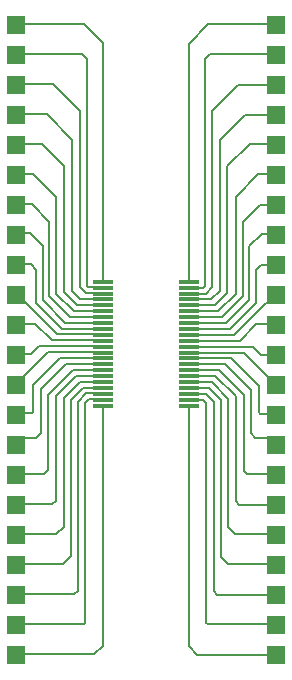
<source format=gtl>
G04*
G04 #@! TF.GenerationSoftware,Altium Limited,Altium Designer,20.2.4 (192)*
G04*
G04 Layer_Physical_Order=1*
G04 Layer_Color=255*
%FSLAX44Y44*%
%MOMM*%
G71*
G04*
G04 #@! TF.SameCoordinates,5829A05F-E1E1-40F9-AA7D-9744E717BD19*
G04*
G04*
G04 #@! TF.FilePolarity,Positive*
G04*
G01*
G75*
%ADD12R,1.6510X0.3048*%
%ADD15C,0.1900*%
%ADD16C,0.1800*%
%ADD17R,1.5240X1.5240*%
D12*
X146322Y-217422D02*
D03*
Y-222502D02*
D03*
Y-227582D02*
D03*
Y-232408D02*
D03*
Y-237488D02*
D03*
Y-242568D02*
D03*
Y-247394D02*
D03*
Y-252474D02*
D03*
Y-257554D02*
D03*
Y-262380D02*
D03*
Y-267460D02*
D03*
Y-272540D02*
D03*
Y-277620D02*
D03*
Y-282446D02*
D03*
Y-287526D02*
D03*
Y-292606D02*
D03*
Y-297432D02*
D03*
Y-302512D02*
D03*
Y-307592D02*
D03*
Y-312418D02*
D03*
Y-317498D02*
D03*
Y-322578D02*
D03*
X73678D02*
D03*
Y-317498D02*
D03*
Y-312418D02*
D03*
Y-307592D02*
D03*
Y-302512D02*
D03*
Y-297432D02*
D03*
Y-292606D02*
D03*
Y-287526D02*
D03*
Y-282446D02*
D03*
Y-277620D02*
D03*
Y-272540D02*
D03*
Y-267460D02*
D03*
Y-262380D02*
D03*
Y-257554D02*
D03*
Y-252474D02*
D03*
Y-247394D02*
D03*
Y-242568D02*
D03*
Y-237488D02*
D03*
Y-232408D02*
D03*
Y-227582D02*
D03*
Y-222502D02*
D03*
Y-217422D02*
D03*
D15*
X57404Y508D02*
X73642Y-15730D01*
Y-217168D02*
Y-15730D01*
X218Y508D02*
X57404D01*
X-36Y254D02*
X218Y508D01*
X-36Y-101346D02*
X726Y-100584D01*
X-36Y-126746D02*
X218Y-126492D01*
X-36Y-177546D02*
X853Y-176656D01*
X47498Y-225044D02*
X54608Y-232154D01*
X73642D01*
X59180Y-227328D02*
X73642D01*
X53848Y-221996D02*
X59180Y-227328D01*
X40894Y-226568D02*
X51560Y-237234D01*
X73642D01*
X34036Y-227584D02*
X48766Y-242314D01*
X73642D01*
X-36Y-228346D02*
X6634Y-235016D01*
X7747Y-235016D02*
X7890D01*
X6634Y-235016D02*
X7747D01*
X7747Y-235016D01*
X7890D02*
X35000Y-262126D01*
X73642D01*
X16510Y-253238D02*
X30478Y-267206D01*
X73642D01*
X472Y-253238D02*
X16510D01*
X-36Y-253746D02*
X472Y-253238D01*
X12446Y-279146D02*
X19306Y-272286D01*
X73642D01*
X-36Y-279146D02*
X12446D01*
X73642Y-525798D02*
Y-322324D01*
X66294Y-533146D02*
X73642Y-525798D01*
X-36Y-533146D02*
X66294D01*
X-36Y-507746D02*
X472Y-507238D01*
X-36Y-482346D02*
X49530D01*
X56644Y-307338D02*
X73642D01*
X472Y-456438D02*
X40132D01*
X-36Y-456946D02*
X472Y-456438D01*
X54358Y-302258D02*
X73642D01*
X218Y-431292D02*
X34290D01*
X-36Y-431546D02*
X218Y-431292D01*
X-36Y-406146D02*
X30734D01*
X-36Y-329946D02*
X980Y-328930D01*
X-36Y-304546D02*
X27144Y-277366D01*
X73642D01*
X37594Y-282192D02*
X73642D01*
X5471Y-349839D02*
X17191D01*
X-36Y-355346D02*
X5471Y-349839D01*
X42674Y-287272D02*
X73642D01*
X501Y-380209D02*
X24159D01*
X-36Y-380746D02*
X501Y-380209D01*
X51056Y-297178D02*
X73642D01*
X34036Y-402844D02*
Y-314198D01*
X30734Y-406146D02*
X34036Y-402844D01*
Y-314198D02*
X51056Y-297178D01*
X40386Y-425196D02*
Y-316230D01*
X34290Y-431292D02*
X40386Y-425196D01*
Y-316230D02*
X54358Y-302258D01*
X46482Y-450088D02*
Y-317500D01*
X40132Y-456438D02*
X46482Y-450088D01*
Y-317500D02*
X56644Y-307338D01*
X49530Y-482346D02*
X52324Y-479552D01*
X61470Y-317244D02*
X73642D01*
X52324Y-479552D02*
Y-319278D01*
X59438Y-312164D01*
X73642D01*
X21336Y-345694D02*
Y-308610D01*
X17191Y-349839D02*
X21336Y-345694D01*
Y-308610D02*
X42674Y-287272D01*
X57561Y-507238D02*
X58674Y-506125D01*
Y-320040D01*
X472Y-507238D02*
X57561D01*
X58674Y-320040D02*
X61470Y-317244D01*
X24159Y-380209D02*
X27178Y-377190D01*
Y-313182D01*
X13365Y-328930D02*
X14478Y-327817D01*
X980Y-328930D02*
X13365D01*
X14478Y-327817D02*
Y-305308D01*
X37594Y-282192D01*
X17018Y-235712D02*
X38606Y-257300D01*
X73642D01*
X31750Y-50546D02*
X53848Y-72644D01*
X-36Y-50546D02*
X31750D01*
X53848Y-221996D02*
Y-72644D01*
X25908Y-75946D02*
X47498Y-97536D01*
X-36Y-75946D02*
X25908D01*
X47498Y-225044D02*
Y-97536D01*
X21844Y-100584D02*
X40894Y-119634D01*
X726Y-100584D02*
X21844D01*
X40894Y-226568D02*
Y-119634D01*
X14732Y-126492D02*
X34036Y-145796D01*
Y-227584D02*
Y-145796D01*
X218Y-126492D02*
X14732D01*
X13462Y-152146D02*
X27940Y-166624D01*
X-36Y-152146D02*
X13462D01*
X27940Y-229616D02*
Y-166624D01*
X12064Y-176656D02*
X22606Y-187198D01*
X853Y-176656D02*
X12064D01*
X22606Y-232918D02*
Y-187198D01*
X-36Y-202946D02*
X12700D01*
X17018Y-207264D01*
Y-235712D02*
Y-207264D01*
X48008Y-292352D02*
X73642D01*
X27178Y-313182D02*
X48008Y-292352D01*
X41908Y-252220D02*
X73642D01*
X22606Y-232918D02*
X41908Y-252220D01*
X45466Y-247142D02*
X73640D01*
X27940Y-229616D02*
X45466Y-247142D01*
X73640D02*
X73642Y-247140D01*
X146322Y-247394D02*
X146324Y-247396D01*
X174498D02*
X192024Y-229870D01*
X146324Y-247396D02*
X174498D01*
X178056Y-252474D02*
X197358Y-233172D01*
X146322Y-252474D02*
X178056D01*
X171956Y-292606D02*
X192786Y-313436D01*
X146322Y-292606D02*
X171956D01*
X202946Y-235966D02*
Y-207518D01*
X207264Y-203200D01*
X220000D01*
X197358Y-233172D02*
Y-187452D01*
X207899Y-176910D02*
X219111D01*
X197358Y-187452D02*
X207899Y-176910D01*
X192024Y-229870D02*
Y-166878D01*
X206502Y-152400D02*
X220000D01*
X192024Y-166878D02*
X206502Y-152400D01*
X205232Y-126746D02*
X219746D01*
X185928Y-227838D02*
Y-146050D01*
X205232Y-126746D01*
X179070Y-226822D02*
Y-119888D01*
X198120Y-100838D02*
X219238D01*
X179070Y-119888D02*
X198120Y-100838D01*
X172466Y-225298D02*
Y-97790D01*
X194056Y-76200D02*
X220000D01*
X172466Y-97790D02*
X194056Y-76200D01*
X166116Y-222250D02*
Y-72898D01*
X188214Y-50800D02*
X220000D01*
X166116Y-72898D02*
X188214Y-50800D01*
X146322Y-257554D02*
X181358D01*
X202946Y-235966D01*
X182370Y-282446D02*
X205486Y-305562D01*
Y-328071D02*
Y-305562D01*
X206599Y-329184D02*
X218984D01*
X205486Y-328071D02*
X206599Y-329184D01*
X192786Y-377444D02*
Y-313436D01*
Y-377444D02*
X195805Y-380463D01*
X158494Y-317498D02*
X161290Y-320294D01*
X162403Y-507492D02*
X219492D01*
X161290Y-506379D02*
Y-320294D01*
Y-506379D02*
X162403Y-507492D01*
X177290Y-287526D02*
X198628Y-308864D01*
Y-345948D02*
X202773Y-350093D01*
X198628Y-345948D02*
Y-308864D01*
X146322Y-312418D02*
X160526D01*
X167640Y-319532D01*
Y-479806D02*
Y-319532D01*
X146322Y-317498D02*
X158494D01*
X167640Y-479806D02*
X170434Y-482600D01*
X163320Y-307592D02*
X173482Y-317754D01*
Y-450342D02*
X179832Y-456692D01*
X173482Y-450342D02*
Y-317754D01*
X165606Y-302512D02*
X179578Y-316484D01*
Y-425450D02*
X185674Y-431546D01*
X179578Y-425450D02*
Y-316484D01*
X168908Y-297432D02*
X185928Y-314452D01*
Y-403098D02*
X189230Y-406400D01*
X185928Y-403098D02*
Y-314452D01*
X146322Y-297432D02*
X168908D01*
X219463Y-380463D02*
X220000Y-381000D01*
X195805Y-380463D02*
X219463D01*
X146322Y-287526D02*
X177290D01*
X214493Y-350093D02*
X220000Y-355600D01*
X202773Y-350093D02*
X214493D01*
X146322Y-282446D02*
X182370D01*
X146322Y-277620D02*
X192820D01*
X220000Y-304800D01*
X218984Y-329184D02*
X220000Y-330200D01*
X189230Y-406400D02*
X220000D01*
X219746Y-431546D02*
X220000Y-431800D01*
X185674Y-431546D02*
X219746D01*
X146322Y-302512D02*
X165606D01*
X219492Y-456692D02*
X220000Y-457200D01*
X179832Y-456692D02*
X219492D01*
X146322Y-307592D02*
X163320D01*
X170434Y-482600D02*
X220000D01*
X219492Y-507492D02*
X220000Y-508000D01*
X153670Y-533400D02*
X220000D01*
X146322Y-526052D02*
X153670Y-533400D01*
X146322Y-526052D02*
Y-322578D01*
X207518Y-279400D02*
X220000D01*
X146322Y-272540D02*
X200658D01*
X207518Y-279400D01*
X219492Y-253492D02*
X220000Y-254000D01*
X203454Y-253492D02*
X219492D01*
X146322Y-267460D02*
X189486D01*
X203454Y-253492D01*
X146322Y-262380D02*
X184964D01*
X212074Y-235270D01*
X212217D02*
X212217Y-235270D01*
X213330D01*
X212074Y-235270D02*
X212217D01*
X213330Y-235270D02*
X220000Y-228600D01*
X146322Y-242568D02*
X171198D01*
X185928Y-227838D01*
X146322Y-237488D02*
X168404D01*
X179070Y-226822D01*
X160784Y-227582D02*
X166116Y-222250D01*
X146322Y-227582D02*
X160784D01*
X146322Y-232408D02*
X165356D01*
X172466Y-225298D01*
X219111Y-176910D02*
X220000Y-177800D01*
X219746Y-126746D02*
X220000Y-127000D01*
X219238Y-100838D02*
X220000Y-101600D01*
X219746Y254D02*
X220000Y0D01*
X162560Y254D02*
X219746D01*
X146322Y-217422D02*
Y-15984D01*
X162560Y254D01*
D16*
X472Y-24638D02*
X55880D01*
X-36Y-25146D02*
X472Y-24638D01*
X60198Y-221194D02*
X61252Y-222248D01*
X60198Y-221194D02*
Y-28956D01*
X55880Y-24638D02*
X60198Y-28956D01*
X61252Y-222248D02*
X73642D01*
X146322Y-222502D02*
X158712D01*
X159766Y-29210D02*
X164084Y-24892D01*
X159766Y-221448D02*
Y-29210D01*
X158712Y-222502D02*
X159766Y-221448D01*
X219492Y-24892D02*
X220000Y-25400D01*
X164084Y-24892D02*
X219492D01*
D17*
X220000Y-330200D02*
D03*
Y-355600D02*
D03*
Y-304800D02*
D03*
Y-279400D02*
D03*
Y-254000D02*
D03*
Y-228600D02*
D03*
Y-203200D02*
D03*
Y-177800D02*
D03*
Y-152400D02*
D03*
Y-127000D02*
D03*
Y-101600D02*
D03*
Y-76200D02*
D03*
Y-50800D02*
D03*
Y-25400D02*
D03*
Y0D02*
D03*
Y-533400D02*
D03*
Y-508000D02*
D03*
Y-482600D02*
D03*
Y-457200D02*
D03*
Y-431800D02*
D03*
Y-406400D02*
D03*
Y-381000D02*
D03*
X0Y-152400D02*
D03*
Y-127000D02*
D03*
Y-101600D02*
D03*
Y-76200D02*
D03*
Y-50800D02*
D03*
Y-25400D02*
D03*
Y0D02*
D03*
Y-533400D02*
D03*
Y-508000D02*
D03*
Y-482600D02*
D03*
Y-457200D02*
D03*
Y-431800D02*
D03*
Y-406400D02*
D03*
Y-381000D02*
D03*
Y-355600D02*
D03*
Y-330200D02*
D03*
Y-304800D02*
D03*
Y-279400D02*
D03*
Y-254000D02*
D03*
Y-228600D02*
D03*
Y-177800D02*
D03*
Y-203200D02*
D03*
M02*

</source>
